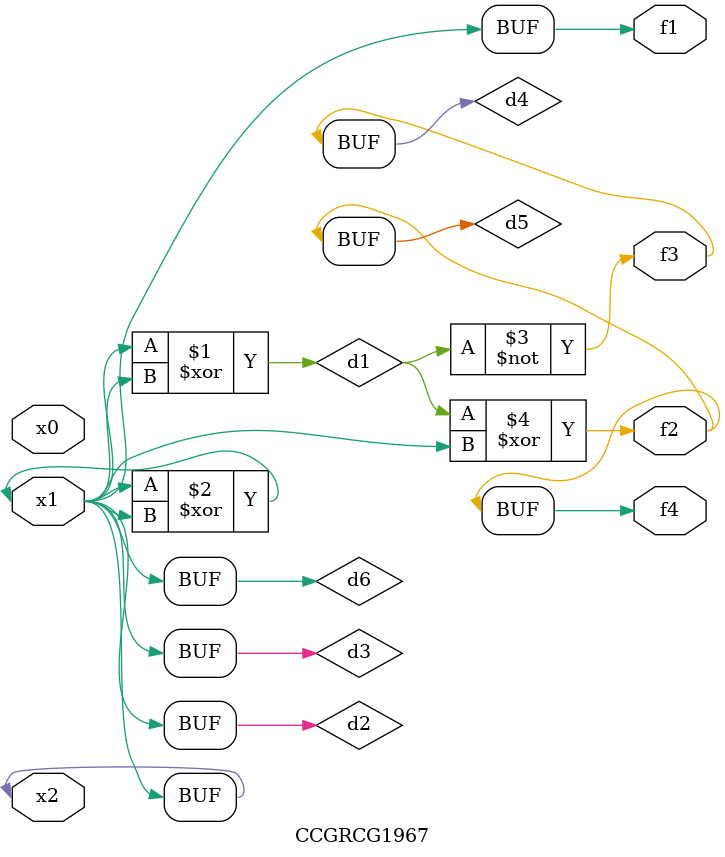
<source format=v>
module CCGRCG1967(
	input x0, x1, x2,
	output f1, f2, f3, f4
);

	wire d1, d2, d3, d4, d5, d6;

	xor (d1, x1, x2);
	buf (d2, x1, x2);
	xor (d3, x1, x2);
	nor (d4, d1);
	xor (d5, d1, d2);
	buf (d6, d2, d3);
	assign f1 = d6;
	assign f2 = d5;
	assign f3 = d4;
	assign f4 = d5;
endmodule

</source>
